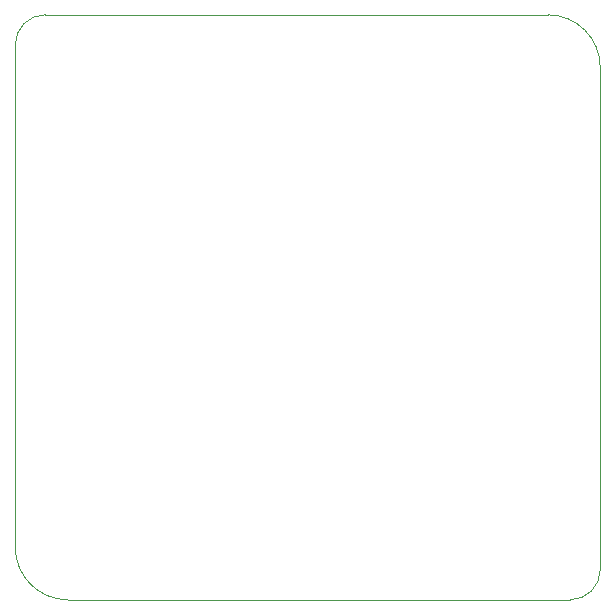
<source format=gbr>
G04 (created by PCBNEW (22-Jun-2014 BZR 4027)-stable) date Fri 15 Dec 2017 03:30:48 AM CST*
%MOIN*%
G04 Gerber Fmt 3.4, Leading zero omitted, Abs format*
%FSLAX34Y34*%
G01*
G70*
G90*
G04 APERTURE LIST*
%ADD10C,0.00590551*%
%ADD11C,0.00393701*%
G04 APERTURE END LIST*
G54D10*
G54D11*
X97500Y-27250D02*
X97500Y-44000D01*
X78000Y-26500D02*
X78000Y-43250D01*
X79750Y-45000D02*
X96500Y-45000D01*
X79000Y-25500D02*
X95750Y-25500D01*
X96500Y-45000D02*
G75*
G03X97500Y-44000I0J1000D01*
G74*
G01*
X79000Y-25500D02*
G75*
G03X78000Y-26500I0J-1000D01*
G74*
G01*
X97500Y-27250D02*
G75*
G03X95750Y-25500I-1750J0D01*
G74*
G01*
X78000Y-43250D02*
G75*
G03X79750Y-45000I1750J0D01*
G74*
G01*
M02*

</source>
